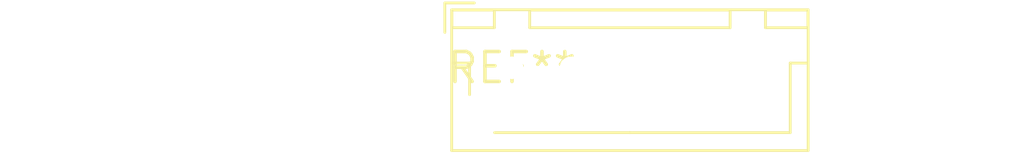
<source format=kicad_pcb>
(kicad_pcb (version 20240108) (generator pcbnew)
  (layers (0 "F.Cu" signal) (31 "B.Cu" signal) (34 "B.Paste" user) (35 "F.Paste" user) (36 "B.SilkS" user "B.Silkscreen") (37 "F.SilkS" user "F.Silkscreen") (38 "B.Mask" user) (39 "F.Mask" user) (44 "Edge.Cuts" user))
  (net 0 "")
  (footprint "JST_XH_B5B-XH-AM_1x05_P2.50mm_Vertical" (layer "F.Cu") (at 0 0)
    (property "Reference" "REF**")
    (property "Value" "JST_XH_B5B-XH-AM_1x05_P2.50mm_Vertical")
    (fp_line (start -2.85 -2.75) (end -2.85 -1.5) (layer "F.SilkS") (stroke (width 0.12)))
    (fp_line (start -2.56 -2.46) (end -2.56 3.51) (layer "F.SilkS") (stroke (width 0.12)))
    (fp_line (start -2.56 3.51) (end 12.56 3.51) (layer "F.SilkS") (stroke (width 0.12)))
    (fp_line (start -2.55 -2.45) (end -2.55 -1.7) (layer "F.SilkS") (stroke (width 0.12)))
    (fp_line (start -2.55 -1.7) (end -0.75 -1.7) (layer "F.SilkS") (stroke (width 0.12)))
    (fp_line (start -2.55 -0.2) (end -1.8 -0.2) (layer "F.SilkS") (stroke (width 0.12)))
    (fp_line (start -1.8 -0.2) (end -1.8 1.14) (layer "F.SilkS") (stroke (width 0.12)))
    (fp_line (start -1.6 -2.75) (end -2.85 -2.75) (layer "F.SilkS") (stroke (width 0.12)))
    (fp_line (start -0.75 -2.45) (end -2.55 -2.45) (layer "F.SilkS") (stroke (width 0.12)))
    (fp_line (start -0.75 -1.7) (end -0.75 -2.45) (layer "F.SilkS") (stroke (width 0.12)))
    (fp_line (start 0.75 -2.45) (end 0.75 -1.7) (layer "F.SilkS") (stroke (width 0.12)))
    (fp_line (start 0.75 -1.7) (end 9.25 -1.7) (layer "F.SilkS") (stroke (width 0.12)))
    (fp_line (start 5 2.75) (end -0.74 2.75) (layer "F.SilkS") (stroke (width 0.12)))
    (fp_line (start 9.25 -2.45) (end 0.75 -2.45) (layer "F.SilkS") (stroke (width 0.12)))
    (fp_line (start 9.25 -1.7) (end 9.25 -2.45) (layer "F.SilkS") (stroke (width 0.12)))
    (fp_line (start 10.75 -2.45) (end 10.75 -1.7) (layer "F.SilkS") (stroke (width 0.12)))
    (fp_line (start 10.75 -1.7) (end 12.55 -1.7) (layer "F.SilkS") (stroke (width 0.12)))
    (fp_line (start 11.8 -0.2) (end 11.8 2.75) (layer "F.SilkS") (stroke (width 0.12)))
    (fp_line (start 11.8 2.75) (end 5 2.75) (layer "F.SilkS") (stroke (width 0.12)))
    (fp_line (start 12.55 -2.45) (end 10.75 -2.45) (layer "F.SilkS") (stroke (width 0.12)))
    (fp_line (start 12.55 -1.7) (end 12.55 -2.45) (layer "F.SilkS") (stroke (width 0.12)))
    (fp_line (start 12.55 -0.2) (end 11.8 -0.2) (layer "F.SilkS") (stroke (width 0.12)))
    (fp_line (start 12.56 -2.46) (end -2.56 -2.46) (layer "F.SilkS") (stroke (width 0.12)))
    (fp_line (start 12.56 3.51) (end 12.56 -2.46) (layer "F.SilkS") (stroke (width 0.12)))
    (pad "" np_thru_hole circle (at -1.6 2) (size 1.2 1.2) (drill 1.2) (layers *.Cu *.Mask))
    (pad "1" thru_hole roundrect (at 0 0) (size 1.7 1.95) (drill 0.95) (layers *.Cu *.Mask) (remove_unused_layers) (roundrect_rratio 0.147059))
    (pad "2" thru_hole oval (at 2.5 0) (size 1.7 1.95) (drill 0.95) (layers *.Cu *.Mask) (remove_unused_layers))
    (pad "3" thru_hole oval (at 5 0) (size 1.7 1.95) (drill 0.95) (layers *.Cu *.Mask) (remove_unused_layers))
    (pad "4" thru_hole oval (at 7.5 0) (size 1.7 1.95) (drill 0.95) (layers *.Cu *.Mask) (remove_unused_layers))
    (pad "5" thru_hole oval (at 10 0) (size 1.7 1.95) (drill 0.95) (layers *.Cu *.Mask) (remove_unused_layers))
  )
)
</source>
